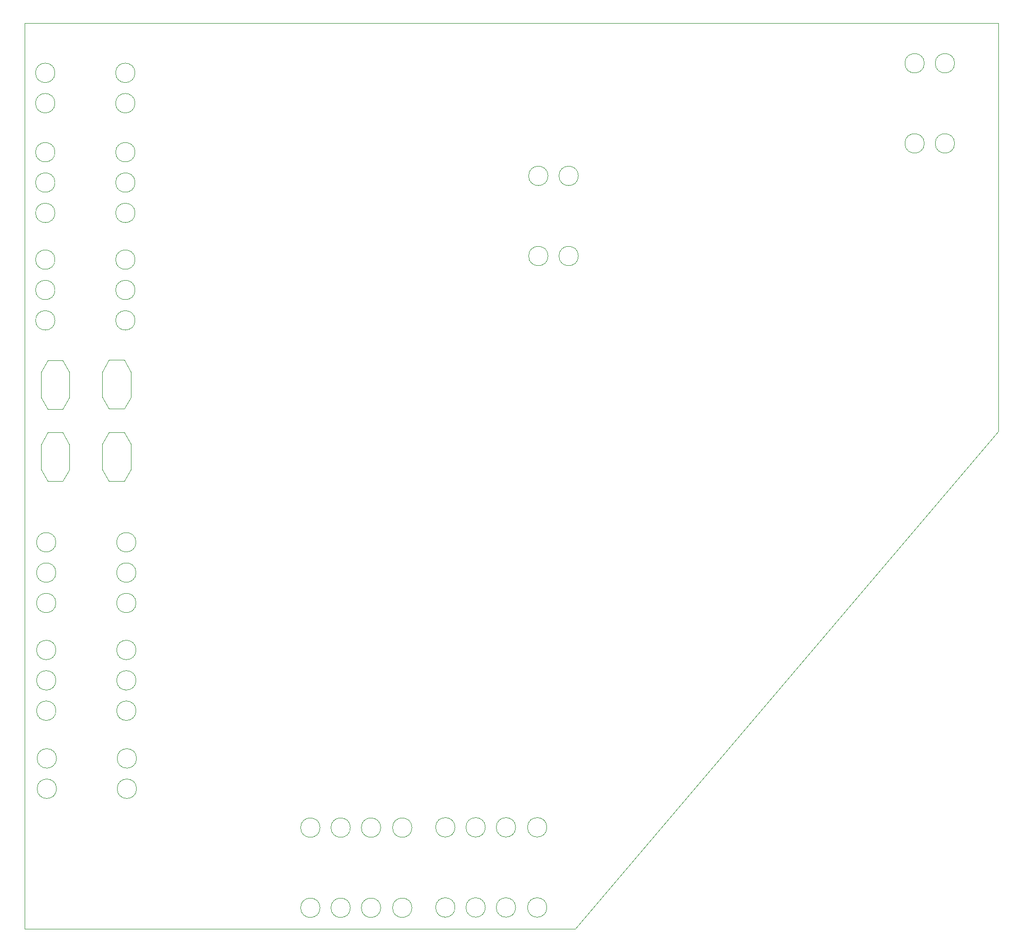
<source format=gbr>
%TF.GenerationSoftware,KiCad,Pcbnew,7.0.7-7.0.7~ubuntu22.04.1*%
%TF.CreationDate,2023-09-15T11:32:12-06:00*%
%TF.ProjectId,stepper_microscope_stage,73746570-7065-4725-9f6d-6963726f7363,1.1*%
%TF.SameCoordinates,Original*%
%TF.FileFunction,Profile,NP*%
%FSLAX46Y46*%
G04 Gerber Fmt 4.6, Leading zero omitted, Abs format (unit mm)*
G04 Created by KiCad (PCBNEW 7.0.7-7.0.7~ubuntu22.04.1) date 2023-09-15 11:32:12*
%MOMM*%
%LPD*%
G01*
G04 APERTURE LIST*
%TA.AperFunction,Profile*%
%ADD10C,0.100000*%
%TD*%
G04 APERTURE END LIST*
D10*
X45294502Y-94702206D02*
X44190000Y-96695002D01*
X46500000Y-53550000D02*
G75*
G03*
X46500000Y-53550000I-1600000J0D01*
G01*
X46650816Y-117795000D02*
G75*
G03*
X46650816Y-117795000I-1600000J0D01*
G01*
X57885498Y-94652206D02*
X58990000Y-96645002D01*
X95200000Y-159800000D02*
G75*
G03*
X95200000Y-159800000I-1600000J0D01*
G01*
X48890000Y-84795000D02*
X48890000Y-88945000D01*
X46750816Y-148395000D02*
G75*
G03*
X46750816Y-148395000I-1600000J0D01*
G01*
X54290000Y-100745002D02*
X54290000Y-98695002D01*
X59860816Y-135540000D02*
G75*
G03*
X59860816Y-135540000I-1600000J0D01*
G01*
X132250000Y-176500000D02*
X41500000Y-176500000D01*
X46660816Y-135540000D02*
G75*
G03*
X46660816Y-135540000I-1600000J0D01*
G01*
X46500000Y-76245000D02*
G75*
G03*
X46500000Y-76245000I-1600000J0D01*
G01*
X59850816Y-122795000D02*
G75*
G03*
X59850816Y-122795000I-1600000J0D01*
G01*
X45294502Y-82802204D02*
X44190000Y-84795000D01*
X127600000Y-159750000D02*
G75*
G03*
X127600000Y-159750000I-1600000J0D01*
G01*
X47785498Y-94702206D02*
X45294502Y-94702206D01*
X46650816Y-112795000D02*
G75*
G03*
X46650816Y-112795000I-1600000J0D01*
G01*
X46660816Y-130540000D02*
G75*
G03*
X46660816Y-130540000I-1600000J0D01*
G01*
X54290000Y-84745000D02*
X54290000Y-86795000D01*
X46500000Y-58550000D02*
G75*
G03*
X46500000Y-58550000I-1600000J0D01*
G01*
X127785000Y-52450000D02*
G75*
G03*
X127785000Y-52450000I-1600000J0D01*
G01*
X59700000Y-76245000D02*
G75*
G03*
X59700000Y-76245000I-1600000J0D01*
G01*
X59950816Y-153395000D02*
G75*
G03*
X59950816Y-153395000I-1600000J0D01*
G01*
X44190000Y-88895000D02*
X44190000Y-86845000D01*
X47785498Y-82802204D02*
X45294502Y-82802204D01*
X59700000Y-58550000D02*
G75*
G03*
X59700000Y-58550000I-1600000J0D01*
G01*
X59950816Y-148395000D02*
G75*
G03*
X59950816Y-148395000I-1600000J0D01*
G01*
X59850816Y-117795000D02*
G75*
G03*
X59850816Y-117795000I-1600000J0D01*
G01*
X59860816Y-130540000D02*
G75*
G03*
X59860816Y-130540000I-1600000J0D01*
G01*
X54290000Y-88845000D02*
X54290000Y-86795000D01*
X117450000Y-159750000D02*
G75*
G03*
X117450000Y-159750000I-1600000J0D01*
G01*
X58990000Y-96645002D02*
X58990000Y-100795002D01*
X45299912Y-90848590D02*
X47790908Y-90848590D01*
X112450000Y-172950000D02*
G75*
G03*
X112450000Y-172950000I-1600000J0D01*
G01*
X117450000Y-172950000D02*
G75*
G03*
X117450000Y-172950000I-1600000J0D01*
G01*
X127600000Y-172950000D02*
G75*
G03*
X127600000Y-172950000I-1600000J0D01*
G01*
X57885498Y-94652206D02*
X55394502Y-94652206D01*
X46500000Y-48550000D02*
G75*
G03*
X46500000Y-48550000I-1600000J0D01*
G01*
X46500000Y-66245000D02*
G75*
G03*
X46500000Y-66245000I-1600000J0D01*
G01*
X44190000Y-84795000D02*
X44190000Y-86845000D01*
X48890000Y-84795000D02*
X47785498Y-82802204D01*
X46500000Y-71245000D02*
G75*
G03*
X46500000Y-71245000I-1600000J0D01*
G01*
X59700000Y-53550000D02*
G75*
G03*
X59700000Y-53550000I-1600000J0D01*
G01*
X132250000Y-176500000D02*
X202000000Y-94500000D01*
X189815000Y-33900000D02*
G75*
G03*
X189815000Y-33900000I-1600000J0D01*
G01*
X55399912Y-102698592D02*
X57890908Y-102698592D01*
X100200000Y-173000000D02*
G75*
G03*
X100200000Y-173000000I-1600000J0D01*
G01*
X112450000Y-159750000D02*
G75*
G03*
X112450000Y-159750000I-1600000J0D01*
G01*
X44190000Y-96695002D02*
X44190000Y-98745002D01*
X58990000Y-100795002D02*
X57890908Y-102698592D01*
X189815000Y-47100000D02*
G75*
G03*
X189815000Y-47100000I-1600000J0D01*
G01*
X59700000Y-71245000D02*
G75*
G03*
X59700000Y-71245000I-1600000J0D01*
G01*
X46660816Y-140540000D02*
G75*
G03*
X46660816Y-140540000I-1600000J0D01*
G01*
X55399912Y-90798590D02*
X57890908Y-90798590D01*
X194815000Y-47100000D02*
G75*
G03*
X194815000Y-47100000I-1600000J0D01*
G01*
X132785000Y-65650000D02*
G75*
G03*
X132785000Y-65650000I-1600000J0D01*
G01*
X127785000Y-65650000D02*
G75*
G03*
X127785000Y-65650000I-1600000J0D01*
G01*
X48890000Y-96695002D02*
X48890000Y-100845002D01*
X54290000Y-96645002D02*
X54290000Y-98695002D01*
X59700000Y-66245000D02*
G75*
G03*
X59700000Y-66245000I-1600000J0D01*
G01*
X122450000Y-172950000D02*
G75*
G03*
X122450000Y-172950000I-1600000J0D01*
G01*
X100200000Y-159800000D02*
G75*
G03*
X100200000Y-159800000I-1600000J0D01*
G01*
X46490000Y-35480000D02*
G75*
G03*
X46490000Y-35480000I-1600000J0D01*
G01*
X46650816Y-122795000D02*
G75*
G03*
X46650816Y-122795000I-1600000J0D01*
G01*
X41500000Y-27250000D02*
X202000000Y-27250000D01*
X122450000Y-159750000D02*
G75*
G03*
X122450000Y-159750000I-1600000J0D01*
G01*
X55394502Y-82752204D02*
X54290000Y-84745000D01*
X44190000Y-100795002D02*
X45299912Y-102748592D01*
X58990000Y-88895000D02*
X57890908Y-90798590D01*
X44190000Y-88895000D02*
X45299912Y-90848590D01*
X58990000Y-84745000D02*
X58990000Y-88895000D01*
X48890000Y-96695002D02*
X47785498Y-94702206D01*
X194815000Y-33900000D02*
G75*
G03*
X194815000Y-33900000I-1600000J0D01*
G01*
X45299912Y-102748592D02*
X47790908Y-102748592D01*
X59850816Y-112795000D02*
G75*
G03*
X59850816Y-112795000I-1600000J0D01*
G01*
X90200000Y-159800000D02*
G75*
G03*
X90200000Y-159800000I-1600000J0D01*
G01*
X46750816Y-153395000D02*
G75*
G03*
X46750816Y-153395000I-1600000J0D01*
G01*
X105350000Y-159800000D02*
G75*
G03*
X105350000Y-159800000I-1600000J0D01*
G01*
X41500000Y-176500000D02*
X41500000Y-27250000D01*
X59700000Y-48550000D02*
G75*
G03*
X59700000Y-48550000I-1600000J0D01*
G01*
X48890000Y-100845002D02*
X47790908Y-102748592D01*
X55399912Y-102698592D02*
X54290000Y-100745002D01*
X44190000Y-100795002D02*
X44190000Y-98745002D01*
X46490000Y-40480000D02*
G75*
G03*
X46490000Y-40480000I-1600000J0D01*
G01*
X55399912Y-90798590D02*
X54290000Y-88845000D01*
X59860816Y-140540000D02*
G75*
G03*
X59860816Y-140540000I-1600000J0D01*
G01*
X47790908Y-90848590D02*
X48890000Y-88945000D01*
X90200000Y-173000000D02*
G75*
G03*
X90200000Y-173000000I-1600000J0D01*
G01*
X132785000Y-52450000D02*
G75*
G03*
X132785000Y-52450000I-1600000J0D01*
G01*
X57885498Y-82752204D02*
X55394502Y-82752204D01*
X57885498Y-82752204D02*
X58990000Y-84745000D01*
X59690000Y-35480000D02*
G75*
G03*
X59690000Y-35480000I-1600000J0D01*
G01*
X95200000Y-173000000D02*
G75*
G03*
X95200000Y-173000000I-1600000J0D01*
G01*
X59690000Y-40480000D02*
G75*
G03*
X59690000Y-40480000I-1600000J0D01*
G01*
X55394502Y-94652206D02*
X54290000Y-96645002D01*
X105350000Y-173000000D02*
G75*
G03*
X105350000Y-173000000I-1600000J0D01*
G01*
X202000000Y-94500000D02*
X202000000Y-27250000D01*
M02*

</source>
